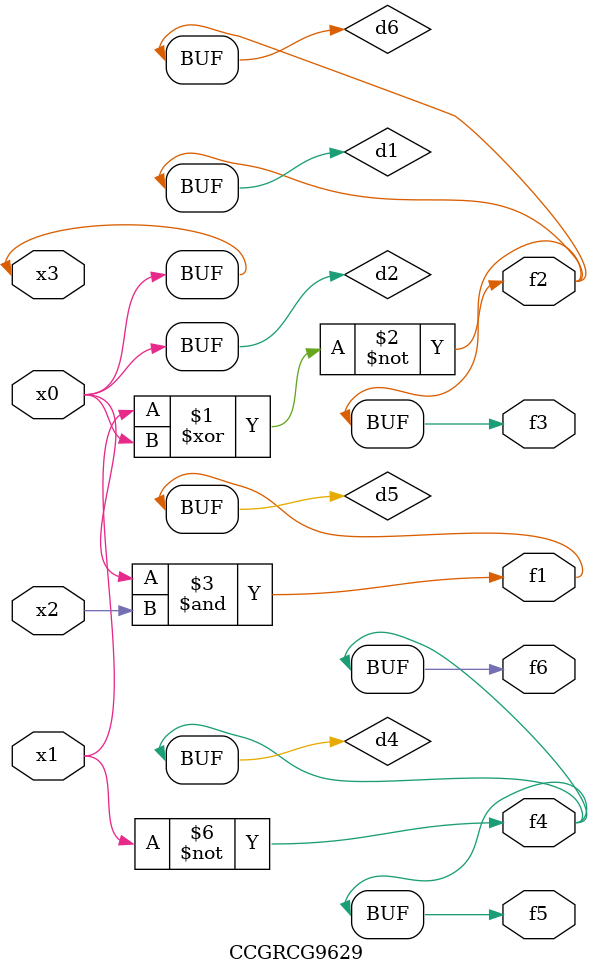
<source format=v>
module CCGRCG9629(
	input x0, x1, x2, x3,
	output f1, f2, f3, f4, f5, f6
);

	wire d1, d2, d3, d4, d5, d6;

	xnor (d1, x1, x3);
	buf (d2, x0, x3);
	nand (d3, x0, x2);
	not (d4, x1);
	nand (d5, d3);
	or (d6, d1);
	assign f1 = d5;
	assign f2 = d6;
	assign f3 = d6;
	assign f4 = d4;
	assign f5 = d4;
	assign f6 = d4;
endmodule

</source>
